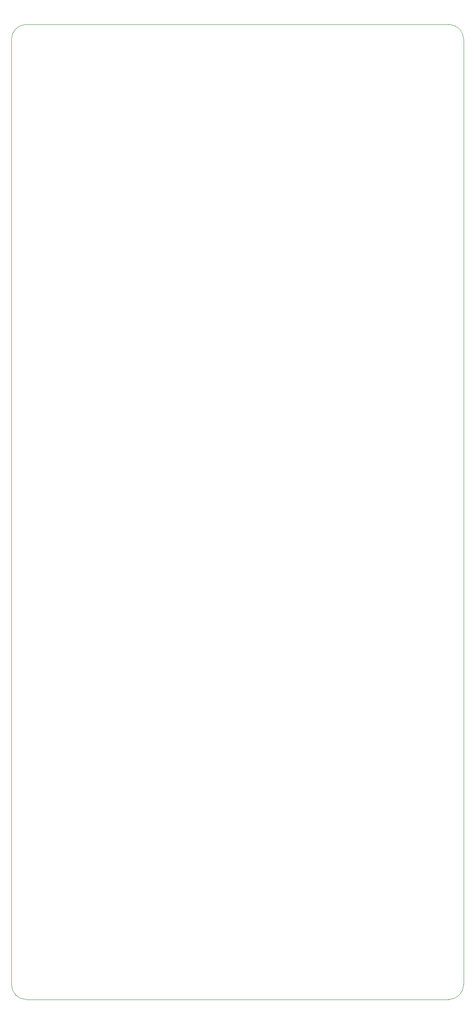
<source format=gbr>
G04 #@! TF.GenerationSoftware,KiCad,Pcbnew,(5.1.5)-3*
G04 #@! TF.CreationDate,2020-02-02T15:47:32+09:00*
G04 #@! TF.ProjectId,MotherBoard_PCIe,4d6f7468-6572-4426-9f61-72645f504349,rev?*
G04 #@! TF.SameCoordinates,Original*
G04 #@! TF.FileFunction,Profile,NP*
%FSLAX46Y46*%
G04 Gerber Fmt 4.6, Leading zero omitted, Abs format (unit mm)*
G04 Created by KiCad (PCBNEW (5.1.5)-3) date 2020-02-02 15:47:32*
%MOMM*%
%LPD*%
G04 APERTURE LIST*
%ADD10C,0.050000*%
G04 APERTURE END LIST*
D10*
X78000000Y-193000000D02*
G75*
G02X75000000Y-190000000I0J3000000D01*
G01*
X166000000Y-190000000D02*
G75*
G02X163000000Y-193000000I-3000000J0D01*
G01*
X75000000Y0D02*
G75*
G02X78000000Y3000000I3000000J0D01*
G01*
X163000000Y3000000D02*
G75*
G02X166000000Y0I0J-3000000D01*
G01*
X78000000Y3000000D02*
X163000000Y3000000D01*
X75000000Y-190000000D02*
X75000000Y0D01*
X163000000Y-193000000D02*
X78000000Y-193000000D01*
X166000000Y0D02*
X166000000Y-190000000D01*
M02*

</source>
